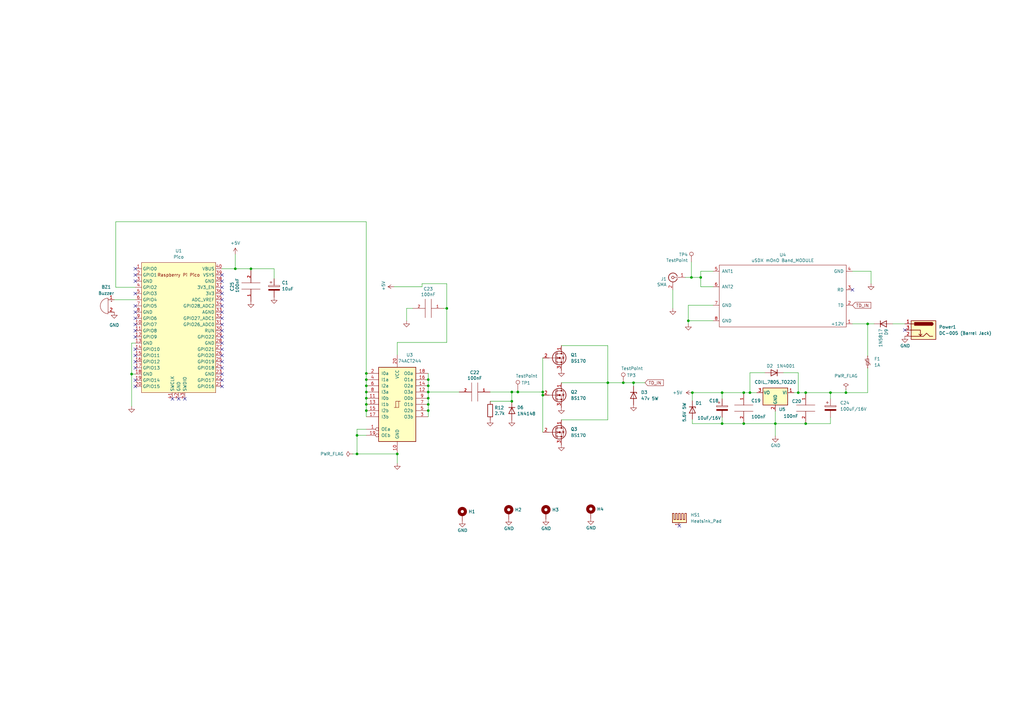
<source format=kicad_sch>
(kicad_sch (version 20211123) (generator eeschema)
  (paper "A3")
  (title_block (title "5W CW Beacon") (date "2022-09-22") (rev "v0.05") (company "WB2CBA, VU3CER"))
  (lib_symbols
    (symbol "74xx:74LS244" (pin_names (offset 1.016))
      (property "Reference" "U" (at -7.62 16.51 0))
      (property "Value" "74LS244" (at -7.62 -16.51 0))
      (symbol "74LS244_1_0"
        (polyline (pts (xy -0.635 -1.27) (xy -0.635 1.27) (xy 0.635 1.27)))
        (polyline (pts (xy -1.27 -1.27) (xy 0.635 -1.27) (xy 0.635 1.27) (xy 1.27 1.27)))
        (pin input inverted (at -12.7 -10.16 0) (length 5.08) (name "OEa") (number "1"))
        (pin power_in line (at 0 -20.32 90) (length 5.08) (name "GND") (number "10"))
        (pin input line (at -12.7 2.54 0) (length 5.08) (name "I0b") (number "11"))
        (pin tri_state line (at 12.7 5.08 180) (length 5.08) (name "O3a") (number "12"))
        (pin input line (at -12.7 0 0) (length 5.08) (name "I1b") (number "13"))
        (pin tri_state line (at 12.7 7.62 180) (length 5.08) (name "O2a") (number "14"))
        (pin input line (at -12.7 -2.54 0) (length 5.08) (name "I2b") (number "15"))
        (pin tri_state line (at 12.7 10.16 180) (length 5.08) (name "O1a") (number "16"))
        (pin input line (at -12.7 -5.08 0) (length 5.08) (name "I3b") (number "17"))
        (pin tri_state line (at 12.7 12.7 180) (length 5.08) (name "O0a") (number "18"))
        (pin input inverted (at -12.7 -12.7 0) (length 5.08) (name "OEb") (number "19"))
        (pin input line (at -12.7 12.7 0) (length 5.08) (name "I0a") (number "2"))
        (pin power_in line (at 0 20.32 270) (length 5.08) (name "VCC") (number "20"))
        (pin tri_state line (at 12.7 -5.08 180) (length 5.08) (name "O3b") (number "3"))
        (pin input line (at -12.7 10.16 0) (length 5.08) (name "I1a") (number "4"))
        (pin tri_state line (at 12.7 -2.54 180) (length 5.08) (name "O2b") (number "5"))
        (pin input line (at -12.7 7.62 0) (length 5.08) (name "I2a") (number "6"))
        (pin tri_state line (at 12.7 0 180) (length 5.08) (name "O1b") (number "7"))
        (pin input line (at -12.7 5.08 0) (length 5.08) (name "I3a") (number "8"))
        (pin tri_state line (at 12.7 2.54 180) (length 5.08) (name "O0b") (number "9"))
      )
      (symbol "74LS244_1_1"
        (rectangle (start -7.62 15.24) (end 7.62 -15.24) (stroke (width 0.254)) (fill (type background)))
      )
    )
    (symbol "ADX-rescue:uSDX_LPF_BAND_MODULE-uSDX_LPF_BAND_Module-DIGI_UNO_TX-rescue-DTX-rescue" (pin_names (offset 1.016))
      (property "Reference" "U" (at 0 5.08 0))
      (property "Value" "uSDX_LPF_BAND_MODULE-uSDX_LPF_BAND_Module-DIGI_UNO_TX-rescue-DTX-rescue" (at -1.27 1.27 0))
      (symbol "uSDX_LPF_BAND_MODULE-uSDX_LPF_BAND_Module-DIGI_UNO_TX-rescue-DTX-rescue_0_1"
        (polyline (pts (xy -25.4 12.7) (xy 25.4 12.7) (xy 25.4 -12.7) (xy -26.67 -12.7) (xy -26.67 12.7) (xy -25.4 12.7)))
      )
      (symbol "uSDX_LPF_BAND_MODULE-uSDX_LPF_BAND_Module-DIGI_UNO_TX-rescue-DTX-rescue_1_1"
        (pin input line (at 27.94 11.43 180) (length 2.54) (name "+12V") (number "1"))
        (pin input line (at 27.94 3.81 180) (length 2.54) (name "TD") (number "2"))
        (pin input line (at 27.94 -2.54 180) (length 2.54) (name "RD") (number "3"))
        (pin input line (at 27.94 -10.16 180) (length 2.54) (name "GND") (number "4"))
        (pin input line (at -29.21 -10.16 0) (length 2.54) (name "ANT1") (number "5"))
        (pin input line (at -29.21 -3.81 0) (length 2.54) (name "ANT2") (number "6"))
        (pin input line (at -29.21 3.81 0) (length 2.54) (name "GND") (number "7"))
        (pin input line (at -29.21 10.16 0) (length 2.54) (name "GND") (number "8"))
      )
    )
    (symbol "Connector:Barrel_Jack_Switch" (pin_names hide)
      (property "Reference" "J" (at 0 5.334 0))
      (property "Value" "Barrel_Jack_Switch" (at 0 -5.08 0))
      (symbol "Barrel_Jack_Switch_0_1"
        (rectangle (start -5.08 3.81) (end 5.08 -3.81) (stroke (width 0.254)) (fill (type background)))
        (arc (start -3.302 3.175) (mid -3.937 2.54) (end -3.302 1.905) (stroke (width 0.254)))
        (arc (start -3.302 3.175) (mid -3.937 2.54) (end -3.302 1.905) (stroke (width 0.254)) (fill (type outline)))
        (polyline (pts (xy 1.27 -2.286) (xy 1.905 -1.651)) (stroke (width 0.254)))
        (polyline (pts (xy 5.08 2.54) (xy 3.81 2.54)) (stroke (width 0.254)))
        (polyline (pts (xy 5.08 0) (xy 1.27 0) (xy 1.27 -2.286) (xy 0.635 -1.651)) (stroke (width 0.254)))
        (polyline (pts (xy -3.81 -2.54) (xy -2.54 -2.54) (xy -1.27 -1.27) (xy 0 -2.54) (xy 2.54 -2.54) (xy 5.08 -2.54)) (stroke (width 0.254)))
        (rectangle (start 3.683 3.175) (end -3.302 1.905) (stroke (width 0.254)) (fill (type outline)))
      )
      (symbol "Barrel_Jack_Switch_1_1"
        (pin passive line (at 7.62 2.54 180) (length 2.54) (name "~") (number "1"))
        (pin passive line (at 7.62 -2.54 180) (length 2.54) (name "~") (number "2"))
        (pin passive line (at 7.62 0 180) (length 2.54) (name "~") (number "3"))
      )
    )
    (symbol "Connector:Conn_Coaxial" (pin_names (offset 1.016) hide)
      (property "Reference" "J" (at 0.254 3.048 0))
      (property "Value" "Conn_Coaxial" (at 2.921 0 90))
      (symbol "Conn_Coaxial_0_1"
        (arc (start -1.778 -0.508) (mid 0.2311 -1.8066) (end 1.778 0) (stroke (width 0.254)))
        (polyline (pts (xy -2.54 0) (xy -0.508 0)))
        (polyline (pts (xy 0 -2.54) (xy 0 -1.778)))
        (circle (center 0 0) (radius 0.508) (stroke (width 0.2032)))
        (arc (start 1.778 0) (mid 0.2099 1.8101) (end -1.778 0.508) (stroke (width 0.254)))
      )
      (symbol "Conn_Coaxial_1_1"
        (pin passive line (at -5.08 0 0) (length 2.54) (name "In") (number "1"))
        (pin passive line (at 0 -5.08 90) (length 2.54) (name "Ext") (number "2"))
      )
    )
    (symbol "Connector:TestPoint" (pin_numbers hide) (pin_names (offset 0.762) hide)
      (property "Reference" "TP" (at 0 6.858 0))
      (property "Value" "TestPoint" (at 0 5.08 0))
      (symbol "TestPoint_0_1"
        (circle (center 0 3.302) (radius 0.762))
      )
      (symbol "TestPoint_1_1"
        (pin passive line (at 0 0 90) (length 2.54) (name "1") (number "1"))
      )
    )
    (symbol "Device:Buzzer" (pin_names (offset 0.0254) hide)
      (property "Reference" "BZ" (at 3.81 1.27 0))
      (property "Value" "Buzzer" (at 3.81 -1.27 0))
      (symbol "Buzzer_0_1"
        (arc (start 0 -3.175) (mid 3.175 0) (end 0 3.175))
        (polyline (pts (xy -1.651 1.905) (xy -1.143 1.905)))
        (polyline (pts (xy -1.397 2.159) (xy -1.397 1.651)))
        (polyline (pts (xy 0 3.175) (xy 0 -3.175)))
      )
      (symbol "Buzzer_1_1"
        (pin passive line (at -2.54 2.54 0) (length 2.54) (name "-") (number "1"))
        (pin passive line (at -2.54 -2.54 0) (length 2.54) (name "+") (number "2"))
      )
    )
    (symbol "Device:C_Polarized" (pin_numbers hide) (pin_names (offset 0.254))
      (property "Reference" "C" (at 0.635 2.54 0))
      (property "Value" "C_Polarized" (at 0.635 -2.54 0))
      (symbol "C_Polarized_0_1"
        (rectangle (start -2.286 0.508) (end 2.286 1.016))
        (polyline (pts (xy -1.778 2.286) (xy -0.762 2.286)))
        (polyline (pts (xy -1.27 2.794) (xy -1.27 1.778)))
        (rectangle (start 2.286 -0.508) (end -2.286 -1.016) (fill (type outline)))
      )
      (symbol "C_Polarized_1_1"
        (pin passive line (at 0 3.81 270) (length 2.794) (name "~") (number "1"))
        (pin passive line (at 0 -3.81 90) (length 2.794) (name "~") (number "2"))
      )
    )
    (symbol "Device:D" (pin_numbers hide) (pin_names (offset 1.016) hide)
      (property "Reference" "D" (at 0 2.54 0))
      (property "Value" "D" (at 0 -2.54 0))
      (symbol "D_0_1"
        (polyline (pts (xy -1.27 1.27) (xy -1.27 -1.27)) (stroke (width 0.254)))
        (polyline (pts (xy 1.27 0) (xy -1.27 0)))
        (polyline (pts (xy 1.27 1.27) (xy 1.27 -1.27) (xy -1.27 0) (xy 1.27 1.27)) (stroke (width 0.254)))
      )
      (symbol "D_1_1"
        (pin passive line (at -3.81 0 0) (length 2.54) (name "K") (number "1"))
        (pin passive line (at 3.81 0 180) (length 2.54) (name "A") (number "2"))
      )
    )
    (symbol "Device:D_Zener" (pin_numbers hide) (pin_names (offset 1.016) hide)
      (property "Reference" "D" (at 0 2.54 0))
      (property "Value" "D_Zener" (at 0 -2.54 0))
      (symbol "D_Zener_0_1"
        (polyline (pts (xy 1.27 0) (xy -1.27 0)))
        (polyline (pts (xy -1.27 -1.27) (xy -1.27 1.27) (xy -0.762 1.27)) (stroke (width 0.254)))
        (polyline (pts (xy 1.27 -1.27) (xy 1.27 1.27) (xy -1.27 0) (xy 1.27 -1.27)) (stroke (width 0.254)))
      )
      (symbol "D_Zener_1_1"
        (pin passive line (at -3.81 0 0) (length 2.54) (name "K") (number "1"))
        (pin passive line (at 3.81 0 180) (length 2.54) (name "A") (number "2"))
      )
    )
    (symbol "Device:Polyfuse_Small" (pin_numbers hide) (pin_names (offset 0))
      (property "Reference" "F" (at -1.905 0 90))
      (property "Value" "Polyfuse_Small" (at 1.905 0 90))
      (symbol "Polyfuse_Small_0_1"
        (rectangle (start -0.508 1.27) (end 0.508 -1.27))
        (polyline (pts (xy 0 2.54) (xy 0 -2.54)))
        (polyline (pts (xy -1.016 1.27) (xy -1.016 0.762) (xy 1.016 -0.762) (xy 1.016 -1.27)))
      )
      (symbol "Polyfuse_Small_1_1"
        (pin passive line (at 0 2.54 270) (length 0.635) (name "~") (number "1"))
        (pin passive line (at 0 -2.54 90) (length 0.635) (name "~") (number "2"))
      )
    )
    (symbol "Device:R" (pin_numbers hide) (pin_names (offset 0))
      (property "Reference" "R" (at 2.032 0 90))
      (property "Value" "R" (at 0 0 90))
      (symbol "R_0_1"
        (rectangle (start -1.016 -2.54) (end 1.016 2.54) (stroke (width 0.254)))
      )
      (symbol "R_1_1"
        (pin passive line (at 0 3.81 270) (length 1.27) (name "~") (number "1"))
        (pin passive line (at 0 -3.81 90) (length 1.27) (name "~") (number "2"))
      )
    )
    (symbol "Diode:1N4001" (pin_numbers hide) (pin_names (offset 1.016) hide)
      (property "Reference" "D" (at 0 2.54 0))
      (property "Value" "1N4001" (at 0 -2.54 0))
      (symbol "1N4001_0_1"
        (polyline (pts (xy -1.27 1.27) (xy -1.27 -1.27)) (stroke (width 0.254)))
        (polyline (pts (xy 1.27 0) (xy -1.27 0)))
        (polyline (pts (xy 1.27 1.27) (xy 1.27 -1.27) (xy -1.27 0) (xy 1.27 1.27)) (stroke (width 0.254)))
      )
      (symbol "1N4001_1_1"
        (pin passive line (at -3.81 0 0) (length 2.54) (name "K") (number "1"))
        (pin passive line (at 3.81 0 180) (length 2.54) (name "A") (number "2"))
      )
    )
    (symbol "Diode:1N4148" (pin_numbers hide) (pin_names (offset 1.016) hide)
      (property "Reference" "D" (at 0 2.54 0))
      (property "Value" "1N4148" (at 0 -2.54 0))
      (symbol "1N4148_0_1"
        (polyline (pts (xy -1.27 1.27) (xy -1.27 -1.27)) (stroke (width 0.254)))
        (polyline (pts (xy 1.27 0) (xy -1.27 0)))
        (polyline (pts (xy 1.27 1.27) (xy 1.27 -1.27) (xy -1.27 0) (xy 1.27 1.27)) (stroke (width 0.254)))
      )
      (symbol "1N4148_1_1"
        (pin passive line (at -3.81 0 0) (length 2.54) (name "K") (number "1"))
        (pin passive line (at 3.81 0 180) (length 2.54) (name "A") (number "2"))
      )
    )
    (symbol "Diode:1N53xxB" (pin_numbers hide) (pin_names hide)
      (property "Reference" "D" (at 0 2.54 0))
      (property "Value" "1N53xxB" (at 0 -2.54 0))
      (symbol "1N53xxB_0_1"
        (polyline (pts (xy 1.27 0) (xy -1.27 0)))
        (polyline (pts (xy -1.27 -1.27) (xy -1.27 1.27) (xy -0.762 1.27)) (stroke (width 0.254)))
        (polyline (pts (xy 1.27 -1.27) (xy 1.27 1.27) (xy -1.27 0) (xy 1.27 -1.27)) (stroke (width 0.254)))
      )
      (symbol "1N53xxB_1_1"
        (pin passive line (at -3.81 0 0) (length 2.54) (name "K") (number "1"))
        (pin passive line (at 3.81 0 180) (length 2.54) (name "A") (number "2"))
      )
    )
    (symbol "MCU_RaspberryPi_and_Boards:Pico"
      (property "Reference" "U" (at -13.97 27.94 0))
      (property "Value" "Pico" (at 0 19.05 0))
      (symbol "Pico_0_0"
        (text "Raspberry Pi Pico" (at 0 21.59 0) (effects (font (size 1.27 1.27))))
      )
      (symbol "Pico_0_1"
        (rectangle (start -15.24 26.67) (end 15.24 -26.67) (fill (type background)))
      )
      (symbol "Pico_1_1"
        (pin bidirectional line (at -17.78 24.13 0) (length 2.54) (name "GPIO0") (number "1"))
        (pin bidirectional line (at -17.78 1.27 0) (length 2.54) (name "GPIO7") (number "10"))
        (pin bidirectional line (at -17.78 -1.27 0) (length 2.54) (name "GPIO8") (number "11"))
        (pin bidirectional line (at -17.78 -3.81 0) (length 2.54) (name "GPIO9") (number "12"))
        (pin power_in line (at -17.78 -6.35 0) (length 2.54) (name "GND") (number "13"))
        (pin bidirectional line (at -17.78 -8.89 0) (length 2.54) (name "GPIO10") (number "14"))
        (pin bidirectional line (at -17.78 -11.43 0) (length 2.54) (name "GPIO11") (number "15"))
        (pin bidirectional line (at -17.78 -13.97 0) (length 2.54) (name "GPIO12") (number "16"))
        (pin bidirectional line (at -17.78 -16.51 0) (length 2.54) (name "GPIO13") (number "17"))
        (pin power_in line (at -17.78 -19.05 0) (length 2.54) (name "GND") (number "18"))
        (pin bidirectional line (at -17.78 -21.59 0) (length 2.54) (name "GPIO14") (number "19"))
        (pin bidirectional line (at -17.78 21.59 0) (length 2.54) (name "GPIO1") (number "2"))
        (pin bidirectional line (at -17.78 -24.13 0) (length 2.54) (name "GPIO15") (number "20"))
        (pin bidirectional line (at 17.78 -24.13 180) (length 2.54) (name "GPIO16") (number "21"))
        (pin bidirectional line (at 17.78 -21.59 180) (length 2.54) (name "GPIO17") (number "22"))
        (pin power_in line (at 17.78 -19.05 180) (length 2.54) (name "GND") (number "23"))
        (pin bidirectional line (at 17.78 -16.51 180) (length 2.54) (name "GPIO18") (number "24"))
        (pin bidirectional line (at 17.78 -13.97 180) (length 2.54) (name "GPIO19") (number "25"))
        (pin bidirectional line (at 17.78 -11.43 180) (length 2.54) (name "GPIO20") (number "26"))
        (pin bidirectional line (at 17.78 -8.89 180) (length 2.54) (name "GPIO21") (number "27"))
        (pin power_in line (at 17.78 -6.35 180) (length 2.54) (name "GND") (number "28"))
        (pin bidirectional line (at 17.78 -3.81 180) (length 2.54) (name "GPIO22") (number "29"))
        (pin power_in line (at -17.78 19.05 0) (length 2.54) (name "GND") (number "3"))
        (pin input line (at 17.78 -1.27 180) (length 2.54) (name "RUN") (number "30"))
        (pin bidirectional line (at 17.78 1.27 180) (length 2.54) (name "GPIO26_ADC0") (number "31"))
        (pin bidirectional line (at 17.78 3.81 180) (length 2.54) (name "GPIO27_ADC1") (number "32"))
        (pin power_in line (at 17.78 6.35 180) (length 2.54) (name "AGND") (number "33"))
        (pin bidirectional line (at 17.78 8.89 180) (length 2.54) (name "GPIO28_ADC2") (number "34"))
        (pin power_in line (at 17.78 11.43 180) (length 2.54) (name "ADC_VREF") (number "35"))
        (pin power_in line (at 17.78 13.97 180) (length 2.54) (name "3V3") (number "36"))
        (pin input line (at 17.78 16.51 180) (length 2.54) (name "3V3_EN") (number "37"))
        (pin bidirectional line (at 17.78 19.05 180) (length 2.54) (name "GND") (number "38"))
        (pin power_in line (at 17.78 21.59 180) (length 2.54) (name "VSYS") (number "39"))
        (pin bidirectional line (at -17.78 16.51 0) (length 2.54) (name "GPIO2") (number "4"))
        (pin power_in line (at 17.78 24.13 180) (length 2.54) (name "VBUS") (number "40"))
        (pin input line (at -2.54 -29.21 90) (length 2.54) (name "SWCLK") (number "41"))
        (pin power_in line (at 0 -29.21 90) (length 2.54) (name "GND") (number "42"))
        (pin bidirectional line (at 2.54 -29.21 90) (length 2.54) (name "SWDIO") (number "43"))
        (pin bidirectional line (at -17.78 13.97 0) (length 2.54) (name "GPIO3") (number "5"))
        (pin bidirectional line (at -17.78 11.43 0) (length 2.54) (name "GPIO4") (number "6"))
        (pin bidirectional line (at -17.78 8.89 0) (length 2.54) (name "GPIO5") (number "7"))
        (pin power_in line (at -17.78 6.35 0) (length 2.54) (name "GND") (number "8"))
        (pin bidirectional line (at -17.78 3.81 0) (length 2.54) (name "GPIO6") (number "9"))
      )
    )
    (symbol "Mechanical:Heatsink_Pad" (pin_names (offset 0))
      (property "Reference" "HS" (at 0 5.715 0))
      (property "Value" "Heatsink_Pad" (at 0 3.81 0))
      (symbol "Heatsink_Pad_0_1"
        (polyline (pts (xy -0.3302 0) (xy -0.9652 0) (xy -0.9652 2.54) (xy -1.6002 2.54) (xy -1.6002 0) (xy -2.2352 0) (xy -2.2352 2.54) (xy -2.8702 2.54) (xy -2.8702 -1.27) (xy -0.9652 -1.27)) (stroke (width 0.254)) (fill (type background)))
        (polyline (pts (xy -0.3302 0) (xy -0.3302 2.54) (xy 0.3048 2.54) (xy 0.3048 0) (xy 0.9398 0) (xy 0.9398 2.54) (xy 1.5748 2.54) (xy 1.5748 0) (xy 2.2098 0) (xy 2.2098 2.54) (xy 2.8448 2.54) (xy 2.8448 -1.27) (xy -0.9652 -1.27)) (stroke (width 0.254)) (fill (type background)))
      )
      (symbol "Heatsink_Pad_1_1"
        (pin passive line (at 0 -2.54 90) (length 1.27) (name "~") (number "1"))
      )
    )
    (symbol "Mechanical:MountingHole_Pad" (pin_numbers hide) (pin_names (offset 1.016) hide)
      (property "Reference" "H" (at 0 6.35 0))
      (property "Value" "MountingHole_Pad" (at 0 4.445 0))
      (symbol "MountingHole_Pad_0_1"
        (circle (center 0 1.27) (radius 1.27) (stroke (width 1.27)))
      )
      (symbol "MountingHole_Pad_1_1"
        (pin input line (at 0 -2.54 90) (length 2.54) (name "1") (number "1"))
      )
    )
    (symbol "Regulator_Linear:LM7805_TO220" (pin_names (offset 0.254))
      (property "Reference" "U" (at -3.81 3.175 0))
      (property "Value" "LM7805_TO220" (at 0 3.175 0))
      (symbol "LM7805_TO220_0_1"
        (rectangle (start -5.08 1.905) (end 5.08 -5.08) (stroke (width 0.254)) (fill (type background)))
      )
      (symbol "LM7805_TO220_1_1"
        (pin power_in line (at -7.62 0 0) (length 2.54) (name "VI") (number "1"))
        (pin power_in line (at 0 -7.62 90) (length 2.54) (name "GND") (number "2"))
        (pin power_out line (at 7.62 0 180) (length 2.54) (name "VO") (number "3"))
      )
    )
    (symbol "Transistor_FET:BS170" (pin_names hide)
      (property "Reference" "Q" (at 5.08 1.905 0))
      (property "Value" "BS170" (at 5.08 0 0))
      (symbol "BS170_0_1"
        (polyline (pts (xy 0.254 0) (xy -2.54 0)))
        (polyline (pts (xy 0.254 1.905) (xy 0.254 -1.905)) (stroke (width 0.254)))
        (polyline (pts (xy 0.762 -1.27) (xy 0.762 -2.286)) (stroke (width 0.254)))
        (polyline (pts (xy 0.762 0.508) (xy 0.762 -0.508)) (stroke (width 0.254)))
        (polyline (pts (xy 0.762 2.286) (xy 0.762 1.27)) (stroke (width 0.254)))
        (polyline (pts (xy 2.54 2.54) (xy 2.54 1.778)))
        (polyline (pts (xy 2.54 -2.54) (xy 2.54 0) (xy 0.762 0)))
        (polyline (pts (xy 0.762 -1.778) (xy 3.302 -1.778) (xy 3.302 1.778) (xy 0.762 1.778)))
        (polyline (pts (xy 1.016 0) (xy 2.032 0.381) (xy 2.032 -0.381) (xy 1.016 0)) (fill (type outline)))
        (polyline (pts (xy 2.794 0.508) (xy 2.921 0.381) (xy 3.683 0.381) (xy 3.81 0.254)))
        (polyline (pts (xy 3.302 0.381) (xy 2.921 -0.254) (xy 3.683 -0.254) (xy 3.302 0.381)))
        (circle (center 1.651 0) (radius 2.794) (stroke (width 0.254)))
        (circle (center 2.54 -1.778) (radius 0.254) (fill (type outline)))
        (circle (center 2.54 1.778) (radius 0.254) (fill (type outline)))
      )
      (symbol "BS170_1_1"
        (pin passive line (at 2.54 5.08 270) (length 2.54) (name "D") (number "1"))
        (pin input line (at -5.08 0 0) (length 2.54) (name "G") (number "2"))
        (pin passive line (at 2.54 -5.08 90) (length 2.54) (name "S") (number "3"))
      )
    )
    (symbol "power:+5V" (power) (pin_names (offset 0))
      (property "Value" "+5V" (at 0 3.556 0))
      (symbol "+5V_0_1"
        (polyline (pts (xy -0.762 1.27) (xy 0 2.54)))
        (polyline (pts (xy 0 0) (xy 0 2.54)))
        (polyline (pts (xy 0 2.54) (xy 0.762 1.27)))
      )
      (symbol "+5V_1_1"
        (pin power_in line (at 0 0 90) (length 0) hide (name "+5V") (number "1"))
      )
    )
    (symbol "power:GND" (power) (pin_names (offset 0))
      (property "Value" "GND" (at 0 -3.81 0))
      (symbol "GND_0_1"
        (polyline (pts (xy 0 0) (xy 0 -1.27) (xy 1.27 -1.27) (xy 0 -2.54) (xy -1.27 -1.27) (xy 0 -1.27)))
      )
      (symbol "GND_1_1"
        (pin power_in line (at 0 0 270) (length 0) hide (name "GND") (number "1"))
      )
    )
    (symbol "power:PWR_FLAG" (power) (pin_numbers hide) (pin_names (offset 0) hide)
      (property "Value" "PWR_FLAG" (at 0 3.81 0))
      (symbol "PWR_FLAG_0_0"
        (pin power_out line (at 0 0 90) (length 0) (name "pwr") (number "1"))
      )
      (symbol "PWR_FLAG_0_1"
        (polyline (pts (xy 0 0) (xy 0 1.27) (xy -1.016 1.905) (xy 0 2.54) (xy 1.016 1.905) (xy 0 1.27)))
      )
    )
    (symbol "pspice:CAP" (pin_names (offset 0.254))
      (property "Reference" "C" (at 2.54 3.81 90))
      (property "Value" "CAP" (at 2.54 -3.81 90))
      (symbol "CAP_0_1"
        (polyline (pts (xy -3.81 -1.27) (xy 3.81 -1.27)))
        (polyline (pts (xy -3.81 1.27) (xy 3.81 1.27)))
      )
      (symbol "CAP_1_1"
        (pin passive line (at 0 6.35 270) (length 5.08) (name "~") (number "1"))
        (pin passive line (at 0 -6.35 90) (length 5.08) (name "~") (number "2"))
      )
    )
  )
  (junction (at 296.164 161.036))
  (junction (at 175.641 165.862))
  (junction (at 327.406 161.036))
  (junction (at 150.241 155.702))
  (junction (at 175.641 168.402))
  (junction (at 287.401 113.792))
  (junction (at 212.3948 160.782))
  (junction (at 259.842 156.972))
  (junction (at 222.631 162.052))
  (junction (at 346.964 161.036))
  (junction (at 175.641 158.242))
  (junction (at 175.641 155.702))
  (junction (at 183.261 126.492))
  (junction (at 209.931 164.592))
  (junction (at 96.52 110.236))
  (junction (at 282.321 131.572))
  (junction (at 318.008 173.736))
  (junction (at 330.454 173.736))
  (junction (at 102.9208 110.236))
  (junction (at 162.941 186.182))
  (junction (at 146.431 186.182))
  (junction (at 222.631 160.782))
  (junction (at 355.854 132.842))
  (junction (at 330.454 161.036))
  (junction (at 53.975 153.416))
  (junction (at 255.651 156.972))
  (junction (at 150.241 160.782))
  (junction (at 307.594 161.036))
  (junction (at 283.591 113.792))
  (junction (at 340.614 161.036))
  (junction (at 249.301 156.972))
  (junction (at 175.641 163.322))
  (junction (at 305.054 161.036))
  (junction (at 305.054 173.736))
  (junction (at 283.972 161.036))
  (junction (at 150.241 153.162))
  (junction (at 150.241 158.242))
  (junction (at 296.164 173.736))
  (junction (at 146.431 178.562))
  (junction (at 175.641 160.782))
  (junction (at 150.241 165.862))
  (junction (at 150.241 168.402))
  (junction (at 150.241 163.322))
  (junction (at 209.931 160.782))
  (no_connect (at 55.499 150.876))
  (no_connect (at 55.499 148.336))
  (no_connect (at 91.059 115.316))
  (no_connect (at 55.499 115.316))
  (no_connect (at 278.638 215.646))
  (no_connect (at 55.499 155.956))
  (no_connect (at 91.059 143.256))
  (no_connect (at 91.059 148.336))
  (no_connect (at 91.059 145.796))
  (no_connect (at 371.1448 135.382))
  (no_connect (at 91.059 117.856))
  (no_connect (at 91.059 122.936))
  (no_connect (at 91.059 135.636))
  (no_connect (at 55.499 133.096))
  (no_connect (at 55.499 130.556))
  (no_connect (at 55.499 138.176))
  (no_connect (at 91.059 120.396))
  (no_connect (at 91.059 130.556))
  (no_connect (at 55.499 125.476))
  (no_connect (at 55.499 158.496))
  (no_connect (at 91.059 155.956))
  (no_connect (at 91.059 128.016))
  (no_connect (at 91.059 153.416))
  (no_connect (at 91.059 140.716))
  (no_connect (at 55.499 110.236))
  (no_connect (at 91.059 138.176))
  (no_connect (at 55.499 120.396))
  (no_connect (at 55.499 143.256))
  (no_connect (at 91.059 158.496))
  (no_connect (at 91.059 150.876))
  (no_connect (at 55.499 145.796))
  (no_connect (at 55.499 135.636))
  (no_connect (at 91.059 125.476))
  (no_connect (at 91.059 133.096))
  (no_connect (at 70.739 163.576))
  (no_connect (at 73.279 163.576))
  (no_connect (at 75.819 163.576))
  (no_connect (at 349.631 118.872))
  (no_connect (at 55.499 112.776))
  (no_connect (at 55.499 128.016))
  (no_connect (at 91.059 112.776))
  (wire (pts (xy 162.941 186.182) (xy 162.941 189.992)))
  (wire (pts (xy 46.863 122.936) (xy 55.499 122.936)))
  (wire (pts (xy 150.241 163.322) (xy 150.241 165.862)))
  (wire (pts (xy 209.931 160.782) (xy 212.3948 160.782)))
  (wire (pts (xy 296.164 173.736) (xy 296.164 171.196)))
  (wire (pts (xy 249.301 141.732) (xy 249.301 156.972)))
  (wire (pts (xy 325.628 161.036) (xy 327.406 161.036)))
  (wire (pts (xy 175.641 163.322) (xy 175.641 165.862)))
  (wire (pts (xy 144.653 186.182) (xy 146.431 186.182)))
  (wire (pts (xy 287.401 111.252) (xy 292.481 111.252)))
  (wire (pts (xy 275.971 118.872) (xy 275.971 126.492)))
  (wire (pts (xy 150.241 90.932) (xy 150.241 153.162)))
  (wire (pts (xy 259.842 158.369) (xy 259.842 156.972)))
  (wire (pts (xy 287.401 113.792) (xy 283.591 113.792)))
  (wire (pts (xy 249.301 156.972) (xy 249.301 172.212)))
  (wire (pts (xy 255.651 156.972) (xy 259.842 156.972)))
  (wire (pts (xy 349.631 132.842) (xy 355.854 132.842)))
  (wire (pts (xy 287.401 111.252) (xy 287.401 113.792)))
  (wire (pts (xy 55.499 140.716) (xy 53.975 140.716)))
  (wire (pts (xy 222.631 160.782) (xy 222.631 162.052)))
  (wire (pts (xy 169.291 126.492) (xy 166.751 126.492)))
  (wire (pts (xy 318.008 173.736) (xy 305.054 173.736)))
  (wire (pts (xy 283.972 173.736) (xy 296.164 173.736)))
  (wire (pts (xy 318.008 168.656) (xy 318.008 173.736)))
  (wire (pts (xy 162.941 140.462) (xy 162.941 145.542)))
  (wire (pts (xy 296.164 161.036) (xy 305.054 161.036)))
  (wire (pts (xy 150.241 176.022) (xy 146.431 176.022)))
  (wire (pts (xy 150.241 158.242) (xy 150.241 155.702)))
  (wire (pts (xy 201.041 160.782) (xy 209.931 160.782)))
  (wire (pts (xy 209.931 164.592) (xy 201.041 164.592)))
  (wire (pts (xy 282.321 131.572) (xy 282.321 132.842)))
  (wire (pts (xy 96.52 110.236) (xy 102.9208 110.236)))
  (wire (pts (xy 112.4204 114.3) (xy 112.4204 110.236)))
  (wire (pts (xy 230.251 156.972) (xy 249.301 156.972)))
  (wire (pts (xy 307.594 161.036) (xy 310.388 161.036)))
  (wire (pts (xy 282.321 125.222) (xy 282.321 131.572)))
  (wire (pts (xy 366.141 132.842) (xy 371.1448 132.842)))
  (wire (pts (xy 150.241 153.162) (xy 150.241 155.702)))
  (wire (pts (xy 287.401 117.602) (xy 292.481 117.602)))
  (wire (pts (xy 327.406 152.908) (xy 327.406 161.036)))
  (wire (pts (xy 173.101 117.602) (xy 173.101 116.332)))
  (wire (pts (xy 340.614 173.736) (xy 330.454 173.736)))
  (wire (pts (xy 53.975 153.416) (xy 55.499 153.416)))
  (wire (pts (xy 349.631 111.252) (xy 357.251 111.252)))
  (wire (pts (xy 340.614 161.036) (xy 346.964 161.036)))
  (wire (pts (xy 53.975 140.716) (xy 53.975 153.416)))
  (wire (pts (xy 340.614 171.196) (xy 340.614 173.736)))
  (wire (pts (xy 102.9208 110.236) (xy 102.9208 110.9472)))
  (wire (pts (xy 283.972 164.338) (xy 283.972 161.036)))
  (wire (pts (xy 222.631 162.052) (xy 222.631 177.292)))
  (wire (pts (xy 175.641 163.322) (xy 175.641 160.782)))
  (wire (pts (xy 305.054 173.736) (xy 296.164 173.736)))
  (wire (pts (xy 47.498 117.856) (xy 47.498 90.932)))
  (wire (pts (xy 91.059 110.236) (xy 96.52 110.236)))
  (wire (pts (xy 53.975 153.416) (xy 53.975 166.624)))
  (wire (pts (xy 188.341 160.782) (xy 175.641 160.782)))
  (wire (pts (xy 150.241 158.242) (xy 150.241 160.782)))
  (wire (pts (xy 209.931 160.782) (xy 209.931 164.592)))
  (wire (pts (xy 283.972 161.036) (xy 296.164 161.036)))
  (wire (pts (xy 283.972 171.958) (xy 283.972 173.736)))
  (wire (pts (xy 249.301 172.212) (xy 230.251 172.212)))
  (wire (pts (xy 150.241 163.322) (xy 150.241 160.782)))
  (wire (pts (xy 183.261 126.492) (xy 183.261 140.462)))
  (wire (pts (xy 175.641 158.242) (xy 175.641 160.782)))
  (wire (pts (xy 249.301 156.972) (xy 255.651 156.972)))
  (wire (pts (xy 355.854 132.842) (xy 355.854 145.923)))
  (wire (pts (xy 161.671 117.602) (xy 173.101 117.602)))
  (wire (pts (xy 318.008 173.736) (xy 330.454 173.736)))
  (wire (pts (xy 96.52 104.267) (xy 96.52 110.236)))
  (wire (pts (xy 305.054 161.036) (xy 307.594 161.036)))
  (wire (pts (xy 146.431 178.562) (xy 146.431 186.182)))
  (wire (pts (xy 47.498 90.932) (xy 150.241 90.932)))
  (wire (pts (xy 183.261 126.492) (xy 183.261 116.332)))
  (wire (pts (xy 330.454 161.036) (xy 340.614 161.036)))
  (wire (pts (xy 150.241 168.402) (xy 150.241 170.942)))
  (wire (pts (xy 318.008 178.816) (xy 318.008 173.736)))
  (wire (pts (xy 175.641 158.242) (xy 175.641 155.702)))
  (wire (pts (xy 146.431 176.022) (xy 146.431 178.562)))
  (wire (pts (xy 357.251 111.252) (xy 357.251 116.332)))
  (wire (pts (xy 212.3948 160.782) (xy 222.631 160.782)))
  (wire (pts (xy 283.591 107.442) (xy 283.591 113.792)))
  (wire (pts (xy 355.854 151.003) (xy 355.854 161.036)))
  (wire (pts (xy 296.164 163.576) (xy 296.164 161.036)))
  (wire (pts (xy 292.481 125.222) (xy 282.321 125.222)))
  (wire (pts (xy 181.991 126.492) (xy 183.261 126.492)))
  (wire (pts (xy 283.591 113.792) (xy 281.051 113.792)))
  (wire (pts (xy 292.481 131.572) (xy 282.321 131.572)))
  (wire (pts (xy 287.401 113.792) (xy 287.401 117.602)))
  (wire (pts (xy 340.614 163.576) (xy 340.614 161.036)))
  (wire (pts (xy 166.751 126.492) (xy 166.751 131.572)))
  (wire (pts (xy 175.641 168.402) (xy 175.641 165.862)))
  (wire (pts (xy 102.9208 110.236) (xy 112.4204 110.236)))
  (wire (pts (xy 355.854 132.842) (xy 358.521 132.842)))
  (wire (pts (xy 307.594 161.036) (xy 307.594 152.908)))
  (wire (pts (xy 183.261 140.462) (xy 162.941 140.462)))
  (wire (pts (xy 175.641 168.402) (xy 175.641 170.942)))
  (wire (pts (xy 230.251 141.732) (xy 249.301 141.732)))
  (wire (pts (xy 327.406 161.036) (xy 330.454 161.036)))
  (wire (pts (xy 346.964 159.766) (xy 346.964 161.036)))
  (wire (pts (xy 259.842 156.972) (xy 264.541 156.972)))
  (wire (pts (xy 150.241 165.862) (xy 150.241 168.402)))
  (wire (pts (xy 146.431 186.182) (xy 162.941 186.182)))
  (wire (pts (xy 173.101 116.332) (xy 183.261 116.332)))
  (wire (pts (xy 346.964 161.036) (xy 355.854 161.036)))
  (wire (pts (xy 175.641 153.162) (xy 175.641 155.702)))
  (wire (pts (xy 55.499 117.856) (xy 47.498 117.856)))
  (wire (pts (xy 212.3948 160.0708) (xy 212.3948 160.782)))
  (wire (pts (xy 321.31 152.908) (xy 327.406 152.908)))
  (wire (pts (xy 222.631 146.812) (xy 222.631 160.782)))
  (wire (pts (xy 150.241 178.562) (xy 146.431 178.562)))
  (wire (pts (xy 307.594 152.908) (xy 313.69 152.908)))
  (global_label "TD_IN" (shape input) (at 264.541 156.972 0) (property "Intersheet References" "${INTERSHEET_REFS}" (effects hide)))
  (global_label "TD_IN" (shape input) (at 349.631 125.222 0) (property "Intersheet References" "${INTERSHEET_REFS}" (effects hide)))
  (symbol (lib_id "pspice:CAP") (at 194.691 160.782 270) (unit 1)
    (property "Reference" "C22" (at 194.691 152.781 90))
    (property "Value" "100nF" (at 194.691 155.0924 90))
    (property "Footprint" "Capacitor_THT:C_Disc_D3.0mm_W1.6mm_P2.50mm" (effects hide))
  )
  (symbol (lib_id "Connector:Conn_Coaxial") (at 275.971 113.792 0) (mirror y) (unit 1)
    (property "Reference" "J1" (at 273.431 114.427 0) (effects (justify left)))
    (property "Value" "SMA" (at 273.431 116.7384 0) (effects (justify left)))
    (property "Footprint" "Connector_Coaxial:SMA_Samtec_SMA-J-P-X-ST-EM1_EdgeMount" (effects hide))
    (property "Datasheet" " ~" (effects hide))
  )
  (symbol (lib_id "power:GND") (at 275.971 126.492 0) (mirror y) (unit 1)
    (property "Reference" "#PWR0106" (effects hide))
    (property "Value" "GNDPWR" (effects hide))
  )
  (symbol (lib_id "74xx:74LS244") (at 162.941 165.862 0) (unit 1)
    (property "Reference" "U3" (at 168.021 145.542 0))
    (property "Value" "74ACT244" (at 168.021 148.082 0))
    (property "Footprint" "Package_DIP:DIP-20_W7.62mm_LongPads" (effects hide))
    (property "Datasheet" "http://www.ti.com/lit/gpn/sn74LS244" (effects hide))
  )
  (symbol (lib_id "power:GND") (at 162.941 189.992 0) (unit 1)
    (property "Reference" "#PWR0107" (effects hide))
    (property "Value" "GNDPWR" (effects hide))
  )
  (symbol (lib_id "power:GND") (at 166.751 131.572 0) (unit 1)
    (property "Reference" "#PWR0108" (effects hide))
    (property "Value" "GNDPWR" (effects hide))
  )
  (symbol (lib_id "pspice:CAP") (at 175.641 126.492 270) (unit 1)
    (property "Reference" "C23" (at 175.641 118.491 90))
    (property "Value" "100nF" (at 175.641 120.8024 90))
    (property "Footprint" "Capacitor_THT:C_Disc_D3.0mm_W1.6mm_P2.50mm" (effects hide))
  )
  (symbol (lib_id "Connector:TestPoint") (at 283.591 107.442 0) (mirror y) (unit 1)
    (property "Reference" "TP4" (at 282.1178 104.4448 0) (effects (justify left)))
    (property "Value" "TestPoint" (at 282.1178 106.7562 0) (effects (justify left)))
    (property "Footprint" "TestPoint:TestPoint_THTPad_2.0x2.0mm_Drill1.0mm" (effects hide))
  )
  (symbol (lib_id "Connector:TestPoint") (at 255.651 156.972 0) (unit 1)
    (property "Reference" "TP3" (at 257.1242 153.9748 0) (effects (justify left)))
    (property "Value" "TestPoint" (at 254.762 151.13 0) (effects (justify left)))
    (property "Footprint" "TestPoint:TestPoint_THTPad_2.0x2.0mm_Drill1.0mm" (effects hide))
  )
  (symbol (lib_id "power:GND") (at 282.321 132.842 0) (mirror y) (unit 1)
    (property "Reference" "#PWR0103" (effects hide))
    (property "Value" "GNDPWR" (effects hide))
  )
  (symbol (lib_id "ADX-rescue:uSDX_LPF_BAND_MODULE-uSDX_LPF_BAND_Module-DIGI_UNO_TX-rescue-DTX-rescue") (at 321.691 121.412 0) (mirror x) (unit 1)
    (property "Reference" "U4" (at 321.056 104.521 0))
    (property "Value" "uSDX mOnO Band_MODULE" (at 321.056 106.8324 0))
    (property "Footprint" "uSDX_LPF_BAND_MODULE:uSDX_LPF_Band_Module" (effects hide))
  )
  (symbol (lib_id "Device:R") (at 201.041 168.402 0) (unit 1)
    (property "Reference" "R12" (at 202.819 167.2336 0) (effects (justify left)))
    (property "Value" "2.7k" (at 202.819 169.545 0) (effects (justify left)))
    (property "Footprint" "Resistor_THT:R_Axial_DIN0204_L3.6mm_D1.6mm_P1.90mm_Vertical" (effects hide))
  )
  (symbol (lib_id "power:GND") (at 201.041 172.212 0) (unit 1)
    (property "Reference" "#PWR0114" (effects hide))
    (property "Value" "GNDPWR" (effects hide))
  )
  (symbol (lib_id "power:GND") (at 209.931 172.212 0) (unit 1)
    (property "Reference" "#PWR0115" (effects hide))
    (property "Value" "GNDPWR" (effects hide))
  )
  (symbol (lib_id "power:GND") (at 230.251 151.892 0) (unit 1)
    (property "Reference" "#PWR0116" (effects hide))
    (property "Value" "GNDPWR" (effects hide))
  )
  (symbol (lib_id "power:GND") (at 230.251 167.132 0) (unit 1)
    (property "Reference" "#PWR0117" (effects hide))
    (property "Value" "GNDPWR" (effects hide))
  )
  (symbol (lib_id "power:GND") (at 230.251 182.372 0) (unit 1)
    (property "Reference" "#PWR0118" (effects hide))
    (property "Value" "GNDPWR" (effects hide))
  )
  (symbol (lib_id "power:GND") (at 357.251 116.332 0) (unit 1)
    (property "Reference" "#PWR0101" (effects hide))
    (property "Value" "GNDPWR" (effects hide))
  )
  (symbol (lib_id "Device:D") (at 362.331 132.842 0) (unit 1)
    (property "Reference" "D9" (at 363.4994 134.8486 90) (effects (justify right)))
    (property "Value" "1N5817" (at 361.188 134.8486 90) (effects (justify right)))
    (property "Footprint" "Diode_THT:D_A-405_P2.54mm_Vertical_KathodeUp" (effects hide))
  )
  (symbol (lib_id "Mechanical:MountingHole_Pad") (at 189.611 211.074 0) (unit 1)
    (property "Reference" "H1" (at 192.151 209.8294 0) (effects (justify left)))
    (property "Value" "MountingHole_Pad" (effects hide))
    (property "Footprint" "MountingHole:MountingHole_3.2mm_M3_ISO7380_Pad" (effects hide))
  )
  (symbol (lib_id "Mechanical:MountingHole_Pad") (at 208.661 210.312 0) (unit 1)
    (property "Reference" "H2" (at 211.201 209.0674 0) (effects (justify left)))
    (property "Value" "MountingHole_Pad" (effects hide))
    (property "Footprint" "MountingHole:MountingHole_3.2mm_M3_ISO7380_Pad" (effects hide))
  )
  (symbol (lib_id "Mechanical:MountingHole_Pad") (at 223.901 210.312 0) (unit 1)
    (property "Reference" "H3" (at 226.441 209.0674 0) (effects (justify left)))
    (property "Value" "MountingHole_Pad" (effects hide))
    (property "Footprint" "MountingHole:MountingHole_3.2mm_M3_ISO7380_Pad" (effects hide))
  )
  (symbol (lib_id "Mechanical:MountingHole_Pad") (at 242.316 210.058 0) (unit 1)
    (property "Reference" "H4" (at 244.856 208.8134 0) (effects (justify left)))
    (property "Value" "MountingHole_Pad" (effects hide))
    (property "Footprint" "MountingHole:MountingHole_3.2mm_M3_ISO7380_Pad" (effects hide))
  )
  (symbol (lib_id "power:GND") (at 189.611 213.614 0) (unit 1)
    (property "Reference" "#PWR0133" (effects hide))
    (property "Value" "GNDPWR" (at 189.7126 217.5256 0))
  )
  (symbol (lib_id "power:GND") (at 208.661 212.852 0) (unit 1)
    (property "Reference" "#PWR0141" (effects hide))
    (property "Value" "GNDPWR" (at 208.7626 216.7636 0))
  )
  (symbol (lib_id "power:GND") (at 223.901 212.852 0) (unit 1)
    (property "Reference" "#PWR0142" (effects hide))
    (property "Value" "GNDPWR" (at 224.0026 216.7636 0))
  )
  (symbol (lib_id "power:GND") (at 242.316 212.598 0) (unit 1)
    (property "Reference" "#PWR0143" (effects hide))
    (property "Value" "GNDPWR" (at 242.4176 216.5096 0))
  )
  (symbol (lib_id "power:+5V") (at 161.671 117.602 90) (unit 1)
    (property "Reference" "#PWR0122" (effects hide))
    (property "Value" "+5V" (at 157.2768 117.221 0))
  )
  (symbol (lib_id "Connector:Barrel_Jack_Switch") (at 378.7648 135.382 0) (mirror y) (unit 1)
    (property "Reference" "Power1" (at 385.1148 134.1119 0) (effects (justify right)))
    (property "Value" "DC-005 (Barrel Jack)" (at 385.1148 136.6519 0) (effects (justify right)))
    (property "Footprint" "footprints:XKB_DC-005-5A-2.0_Modded" (effects hide))
  )
  (symbol (lib_id "MCU_RaspberryPi_and_Boards:Pico") (at 73.279 134.366 0) (unit 1)
    (property "Reference" "U1" (at 73.279 102.87 0))
    (property "Value" "Pico" (at 73.279 105.41 0))
    (property "Footprint" "footprints:RPi_Pico_SMD_TH" (effects hide))
  )
  (symbol (lib_id "power:+5V") (at 96.52 104.267 0) (unit 1)
    (property "Reference" "#PWR05" (effects hide))
    (property "Value" "+5V" (at 96.52 99.695 0))
  )
  (symbol (lib_id "Device:C_Polarized") (at 112.4204 118.11 0) (unit 1)
    (property "Reference" "C1" (at 115.57 115.9509 0) (effects (justify left)))
    (property "Value" "10uF" (at 115.57 118.4909 0) (effects (justify left)))
    (property "Footprint" "Capacitor_THT:CP_Radial_D4.0mm_P2.00mm" (effects hide))
  )
  (symbol (lib_id "Transistor_FET:BS170") (at 227.711 177.292 0) (unit 1)
    (property "Reference" "Q3" (at 234.061 176.0219 0) (effects (justify left)))
    (property "Value" "BS170" (at 234.061 178.5619 0) (effects (justify left)))
    (property "Footprint" "Package_TO_SOT_THT:TO-92_HandSolder" (effects hide))
    (property "Datasheet" "https://www.onsemi.com/pub/Collateral/BS170-D.PDF" (effects hide))
  )
  (symbol (lib_id "pspice:CAP") (at 305.054 167.386 0) (unit 1)
    (property "Reference" "C19" (at 308.102 164.338 0) (effects (justify left)))
    (property "Value" "100nF" (at 308.102 170.942 0) (effects (justify left)))
    (property "Footprint" "Capacitor_THT:C_Disc_D3.0mm_W2.0mm_P2.50mm" (effects hide))
  )
  (symbol (lib_id "power:GND") (at 371.1448 137.922 0) (unit 1)
    (property "Reference" "#PWR0112" (effects hide))
    (property "Value" "GNDPWR" (at 371.2464 141.8336 0))
  )
  (symbol (lib_id "Device:Buzzer") (at 44.323 125.476 0) (mirror y) (unit 1)
    (property "Reference" "BZ1" (at 43.561 117.729 0))
    (property "Value" "Buzzer" (at 43.561 120.269 0))
    (property "Footprint" "Connector_PinHeader_2.54mm:PinHeader_1x02_P2.54mm_Vertical" (effects hide))
  )
  (symbol (lib_id "power:GND") (at 53.975 166.624 0) (unit 1)
    (property "Reference" "#PWR02" (effects hide))
    (property "Value" "GNDPWR" (effects hide))
  )
  (symbol (lib_id "Device:Polyfuse_Small") (at 355.854 148.463 0) (unit 1)
    (property "Reference" "F1" (at 358.521 147.1929 0) (effects (justify left)))
    (property "Value" "1A" (at 358.521 149.7329 0) (effects (justify left)))
    (property "Footprint" "Capacitor_THT:C_Disc_D3.0mm_W2.0mm_P2.50mm" (effects hide))
  )
  (symbol (lib_id "power:+5V") (at 283.972 161.036 90) (unit 1)
    (property "Reference" "#PWR0110" (effects hide))
    (property "Value" "+5V" (at 279.908 161.0359 90) (effects (justify left)))
  )
  (symbol (lib_id "Connector:TestPoint") (at 212.3948 160.0708 0) (unit 1)
    (property "Reference" "TP1" (at 213.868 157.0736 0) (effects (justify left)))
    (property "Value" "TestPoint" (at 211.5058 154.2288 0) (effects (justify left)))
    (property "Footprint" "TestPoint:TestPoint_THTPad_2.0x2.0mm_Drill1.0mm" (effects hide))
  )
  (symbol (lib_id "power:GND") (at 102.9208 123.6472 0) (unit 1)
    (property "Reference" "#PWR08" (effects hide))
    (property "Value" "GNDPWR" (effects hide))
  )
  (symbol (lib_id "pspice:CAP") (at 102.9208 117.2972 180) (unit 1)
    (property "Reference" "C25" (at 95.1738 117.5512 90))
    (property "Value" "100nF" (at 97.3328 117.0432 90))
    (property "Footprint" "Capacitor_THT:C_Disc_D3.0mm_W2.0mm_P2.50mm" (effects hide))
  )
  (symbol (lib_id "Diode:1N53xxB") (at 259.842 162.179 270) (unit 1)
    (property "Reference" "D3" (at 262.89 160.9089 90) (effects (justify left)))
    (property "Value" "47v 5W" (at 262.89 163.4489 90) (effects (justify left)))
    (property "Footprint" "Diode_THT:D_DO-201_P5.08mm_Vertical_KathodeUp" (effects hide))
    (property "Datasheet" "https://diotec.com/tl_files/diotec/files/pdf/datasheets/1n5345b.pdf" (effects hide))
  )
  (symbol (lib_id "power:GND") (at 112.4204 121.92 0) (unit 1)
    (property "Reference" "#PWR0109" (effects hide))
    (property "Value" "GNDPWR" (effects hide))
  )
  (symbol (lib_id "power:PWR_FLAG") (at 144.653 186.182 90) (unit 1)
    (property "Reference" "#FLG0102" (effects hide))
    (property "Value" "PWR_FLAG" (at 140.97 186.1819 90) (effects (justify left)))
  )
  (symbol (lib_id "power:GND") (at 318.008 178.816 0) (unit 1)
    (property "Reference" "#PWR0102" (effects hide))
    (property "Value" "GNDPWR" (at 318.1096 182.7276 0))
  )
  (symbol (lib_id "Device:D_Zener") (at 283.972 168.148 270) (unit 1)
    (property "Reference" "D1" (at 285.242 165.354 90) (effects (justify left)))
    (property "Value" "5.6V 5W" (at 280.67 165.1 0) (effects (justify left)))
    (property "Footprint" "Diode_THT:D_DO-15_P5.08mm_Vertical_KathodeUp" (effects hide))
  )
  (symbol (lib_id "Mechanical:Heatsink_Pad") (at 278.638 213.106 0) (mirror y) (unit 1)
    (property "Reference" "HS1" (at 283.21 211.2009 0) (effects (justify right)))
    (property "Value" "Heatsink_Pad" (at 283.21 213.7409 0) (effects (justify right)))
    (property "Footprint" "footprints:ThermalPad_Final" (effects hide))
  )
  (symbol (lib_id "Diode:1N4148") (at 209.931 168.402 270) (unit 1)
    (property "Reference" "D6" (at 212.09 167.1319 90) (effects (justify left)))
    (property "Value" "1N4148" (at 212.09 169.6719 90) (effects (justify left)))
    (property "Footprint" "Diode_THT:D_DO-35_SOD27_P2.54mm_Vertical_KathodeUp" (effects hide))
    (property "Datasheet" "https://assets.nexperia.com/documents/data-sheet/1N4148_1N4448.pdf" (effects hide))
  )
  (symbol (lib_id "power:PWR_FLAG") (at 346.964 159.766 0) (unit 1)
    (property "Reference" "#FLG0101" (effects hide))
    (property "Value" "PWR_FLAG" (at 346.964 154.178 0))
  )
  (symbol (lib_id "Transistor_FET:BS170") (at 227.711 146.812 0) (unit 1)
    (property "Reference" "Q1" (at 234.061 145.5419 0) (effects (justify left)))
    (property "Value" "BS170" (at 234.061 148.0819 0) (effects (justify left)))
    (property "Footprint" "Package_TO_SOT_THT:TO-92_HandSolder" (effects hide))
    (property "Datasheet" "https://www.onsemi.com/pub/Collateral/BS170-D.PDF" (effects hide))
  )
  (symbol (lib_id "power:GND") (at 46.863 128.016 0) (unit 1)
    (property "Reference" "#PWR0105" (effects hide))
    (property "Value" "GND" (at 46.863 133.35 0))
  )
  (symbol (lib_id "Regulator_Linear:LM7805_TO220") (at 318.008 161.036 0) (mirror y) (unit 1)
    (property "Reference" "U5" (at 320.802 167.894 0))
    (property "Value" "CDIL_7805_TO220" (at 318.008 156.718 0))
    (property "Footprint" "Package_TO_SOT_THT:TO-220-3_Vertical" (effects hide))
    (property "Datasheet" "https://www.onsemi.cn/PowerSolutions/document/MC7800-D.PDF" (effects hide))
  )
  (symbol (lib_id "Device:C_Polarized") (at 296.164 167.386 0) (unit 1)
    (property "Reference" "C18" (at 290.83 164.338 0) (effects (justify left)))
    (property "Value" "10uF/16V" (at 286.004 171.45 0) (effects (justify left)))
    (property "Footprint" "Capacitor_THT:CP_Radial_D4.0mm_P2.00mm" (effects hide))
  )
  (symbol (lib_id "pspice:CAP") (at 330.454 167.386 0) (mirror y) (unit 1)
    (property "Reference" "C20" (at 328.676 164.592 0) (effects (justify left)))
    (property "Value" "100nF" (at 327.406 170.688 0) (effects (justify left)))
    (property "Footprint" "Capacitor_THT:C_Disc_D3.0mm_W2.0mm_P2.50mm" (effects hide))
  )
  (symbol (lib_id "Device:C_Polarized") (at 340.614 167.386 0) (unit 1)
    (property "Reference" "C24" (at 344.551 165.2269 0) (effects (justify left)))
    (property "Value" "100uF/16V" (at 344.551 167.7669 0) (effects (justify left)))
    (property "Footprint" "Capacitor_THT:CP_Radial_D4.0mm_P2.00mm" (effects hide))
  )
  (symbol (lib_id "Diode:1N4001") (at 317.5 152.908 180) (unit 1)
    (property "Reference" "D2" (at 315.722 150.114 0))
    (property "Value" "1N4001" (at 322.326 150.114 0))
    (property "Footprint" "Diode_THT:D_DO-41_SOD81_P5.08mm_Vertical_KathodeUp" (effects hide))
    (property "Datasheet" "http://www.vishay.com/docs/88503/1n4001.pdf" (effects hide))
  )
  (symbol (lib_id "Transistor_FET:BS170") (at 227.711 162.052 0) (unit 1)
    (property "Reference" "Q2" (at 234.061 160.7819 0) (effects (justify left)))
    (property "Value" "BS170" (at 234.061 163.3219 0) (effects (justify left)))
    (property "Footprint" "Package_TO_SOT_THT:TO-92_HandSolder" (effects hide))
    (property "Datasheet" "https://www.onsemi.com/pub/Collateral/BS170-D.PDF" (effects hide))
  )
  (symbol (lib_id "power:GND") (at 259.842 165.989 0) (unit 1)
    (property "Reference" "#PWR0104" (effects hide))
    (property "Value" "GNDPWR" (effects hide))
  )
)
</source>
